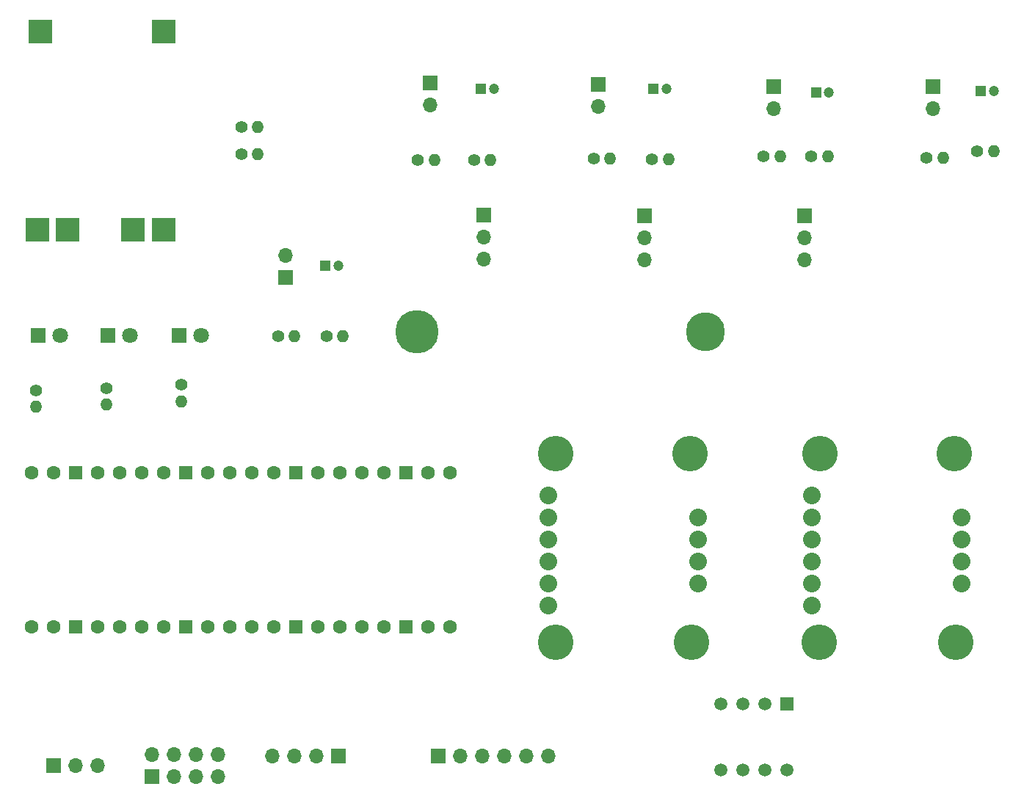
<source format=gbs>
G04 #@! TF.GenerationSoftware,KiCad,Pcbnew,7.0.10*
G04 #@! TF.CreationDate,2024-03-04T12:56:58-05:00*
G04 #@! TF.ProjectId,cdrpcb,63647270-6362-42e6-9b69-6361645f7063,rev?*
G04 #@! TF.SameCoordinates,Original*
G04 #@! TF.FileFunction,Soldermask,Bot*
G04 #@! TF.FilePolarity,Negative*
%FSLAX46Y46*%
G04 Gerber Fmt 4.6, Leading zero omitted, Abs format (unit mm)*
G04 Created by KiCad (PCBNEW 7.0.10) date 2024-03-04 12:56:58*
%MOMM*%
%LPD*%
G01*
G04 APERTURE LIST*
G04 Aperture macros list*
%AMRoundRect*
0 Rectangle with rounded corners*
0 $1 Rounding radius*
0 $2 $3 $4 $5 $6 $7 $8 $9 X,Y pos of 4 corners*
0 Add a 4 corners polygon primitive as box body*
4,1,4,$2,$3,$4,$5,$6,$7,$8,$9,$2,$3,0*
0 Add four circle primitives for the rounded corners*
1,1,$1+$1,$2,$3*
1,1,$1+$1,$4,$5*
1,1,$1+$1,$6,$7*
1,1,$1+$1,$8,$9*
0 Add four rect primitives between the rounded corners*
20,1,$1+$1,$2,$3,$4,$5,0*
20,1,$1+$1,$4,$5,$6,$7,0*
20,1,$1+$1,$6,$7,$8,$9,0*
20,1,$1+$1,$8,$9,$2,$3,0*%
G04 Aperture macros list end*
%ADD10R,1.800000X1.800000*%
%ADD11C,1.800000*%
%ADD12C,1.400000*%
%ADD13O,1.400000X1.400000*%
%ADD14R,1.700000X1.700000*%
%ADD15O,1.700000X1.700000*%
%ADD16R,1.498600X1.498600*%
%ADD17C,1.498600*%
%ADD18R,1.200000X1.200000*%
%ADD19C,1.200000*%
%ADD20C,2.032000*%
%ADD21C,4.101600*%
%ADD22R,2.800000X2.800000*%
%ADD23C,5.000000*%
%ADD24C,1.600000*%
%ADD25RoundRect,0.200000X0.600000X-0.600000X0.600000X0.600000X-0.600000X0.600000X-0.600000X-0.600000X0*%
%ADD26C,4.500000*%
G04 APERTURE END LIST*
D10*
X62521000Y-96681400D03*
D11*
X65061000Y-96681400D03*
D12*
X126583300Y-76295800D03*
D13*
X128483300Y-76295800D03*
D12*
X133298300Y-76422800D03*
D13*
X135198300Y-76422800D03*
D14*
X113893600Y-82791900D03*
D15*
X113893600Y-85331900D03*
X113893600Y-87871900D03*
D12*
X170812800Y-75477000D03*
D13*
X172712800Y-75477000D03*
D16*
X148844000Y-139192000D03*
D17*
X146304000Y-139192000D03*
X143764000Y-139192000D03*
X141224000Y-139192000D03*
X141224000Y-146812000D03*
X143764000Y-146812000D03*
X146304000Y-146812000D03*
X148844000Y-146812000D03*
D12*
X70400000Y-102777400D03*
D13*
X70400000Y-104677400D03*
D14*
X108610400Y-145186400D03*
D15*
X111150400Y-145186400D03*
X113690400Y-145186400D03*
X116230400Y-145186400D03*
X118770400Y-145186400D03*
X121310400Y-145186400D03*
D14*
X165748800Y-67970500D03*
D15*
X165748800Y-70510500D03*
D18*
X95631000Y-88646000D03*
D19*
X97131000Y-88646000D03*
D12*
X62267000Y-103031400D03*
D13*
X62267000Y-104931400D03*
D14*
X147373900Y-68040800D03*
D15*
X147373900Y-70580800D03*
D20*
X151745100Y-115122700D03*
X169017100Y-117662700D03*
X151745100Y-117662700D03*
X169017100Y-120202700D03*
X151745100Y-120202700D03*
X169017100Y-122742700D03*
X151745100Y-122742700D03*
X169017100Y-125282700D03*
X151745100Y-125282700D03*
X151745100Y-127822700D03*
D21*
X168148022Y-110363005D03*
X152654022Y-110363005D03*
X168302664Y-132079693D03*
X152589687Y-132088282D03*
D18*
X152218300Y-68675800D03*
D19*
X153718300Y-68675800D03*
D14*
X64262000Y-146304000D03*
D15*
X66802000Y-146304000D03*
X69342000Y-146304000D03*
D12*
X164970800Y-76225500D03*
D13*
X166870800Y-76225500D03*
D22*
X76962500Y-84528500D03*
X73462500Y-84528500D03*
X65862500Y-84528500D03*
X62462500Y-84528500D03*
X76962500Y-61628500D03*
X62762500Y-61628500D03*
D10*
X70522000Y-96681400D03*
D11*
X73062000Y-96681400D03*
D12*
X112762900Y-76472800D03*
D13*
X114662900Y-76472800D03*
D14*
X107714900Y-67609800D03*
D15*
X107714900Y-70149800D03*
D12*
X85953600Y-72643600D03*
D13*
X87853600Y-72643600D03*
D12*
X95742000Y-96774000D03*
D13*
X97642000Y-96774000D03*
D14*
X91059000Y-90048000D03*
D15*
X91059000Y-87508000D03*
D12*
X79031000Y-102396400D03*
D13*
X79031000Y-104296400D03*
D23*
X106172000Y-96266000D03*
D12*
X106285900Y-76472800D03*
D13*
X108185900Y-76472800D03*
D24*
X61718000Y-130343900D03*
X64258000Y-130343900D03*
D25*
X66798000Y-130343900D03*
D24*
X69338000Y-130343900D03*
X71878000Y-130343900D03*
X74418000Y-130343900D03*
X76958000Y-130343900D03*
D25*
X79498000Y-130343900D03*
D24*
X82038000Y-130343900D03*
X84578000Y-130343900D03*
X87118000Y-130343900D03*
X89658000Y-130343900D03*
D25*
X92198000Y-130343900D03*
D24*
X94738000Y-130343900D03*
X97278000Y-130343900D03*
X99818000Y-130302019D03*
X102358000Y-130343900D03*
D25*
X104898000Y-130343900D03*
D24*
X107438000Y-130343900D03*
X109978000Y-130343900D03*
X109978000Y-112563900D03*
X107438000Y-112563900D03*
D25*
X104898000Y-112563900D03*
D24*
X102358000Y-112563900D03*
X99818000Y-112563900D03*
X97278000Y-112563900D03*
X94738000Y-112563900D03*
D25*
X92198000Y-112563900D03*
D24*
X89658000Y-112563900D03*
X87118000Y-112563900D03*
X84578000Y-112563900D03*
X82038000Y-112563900D03*
D25*
X79498000Y-112563900D03*
D24*
X76958000Y-112563900D03*
X74418000Y-112563900D03*
X71878000Y-112563900D03*
X69338000Y-112563900D03*
D25*
X66798000Y-112563900D03*
D24*
X64258000Y-112563900D03*
X61718000Y-112563900D03*
D20*
X121312000Y-115122700D03*
X138584000Y-117662700D03*
X121312000Y-117662700D03*
X138584000Y-120202700D03*
X121312000Y-120202700D03*
X138584000Y-122742700D03*
X121312000Y-122742700D03*
X138584000Y-125282700D03*
X121312000Y-125282700D03*
X121312000Y-127822700D03*
D21*
X137714922Y-110363005D03*
X122220922Y-110363005D03*
X137869564Y-132079693D03*
X122156587Y-132088282D03*
D14*
X127091300Y-67786800D03*
D15*
X127091300Y-70326800D03*
D18*
X171209800Y-68492000D03*
D19*
X172709800Y-68492000D03*
D14*
X150926800Y-82905600D03*
D15*
X150926800Y-85445600D03*
X150926800Y-87985600D03*
D18*
X133441300Y-68294800D03*
D19*
X134941300Y-68294800D03*
D12*
X85953600Y-75793600D03*
D13*
X87853600Y-75793600D03*
D12*
X151675900Y-76041800D03*
D13*
X153575900Y-76041800D03*
D10*
X78782000Y-96681400D03*
D11*
X81322000Y-96681400D03*
D18*
X113556900Y-68244800D03*
D19*
X115056900Y-68244800D03*
D12*
X90175000Y-96774000D03*
D13*
X92075000Y-96774000D03*
D14*
X97174400Y-145186400D03*
D15*
X94634400Y-145186400D03*
X92094400Y-145186400D03*
X89554400Y-145186400D03*
D12*
X146193900Y-76041800D03*
D13*
X148093900Y-76041800D03*
D26*
X139502000Y-96266000D03*
D14*
X75643200Y-147579000D03*
D15*
X75643200Y-145039000D03*
X78183200Y-147579000D03*
X78183200Y-145039000D03*
X80723200Y-147579000D03*
X80723200Y-145039000D03*
X83263200Y-147579000D03*
X83263200Y-145039000D03*
D14*
X132410200Y-82905600D03*
D15*
X132410200Y-85445600D03*
X132410200Y-87985600D03*
M02*

</source>
